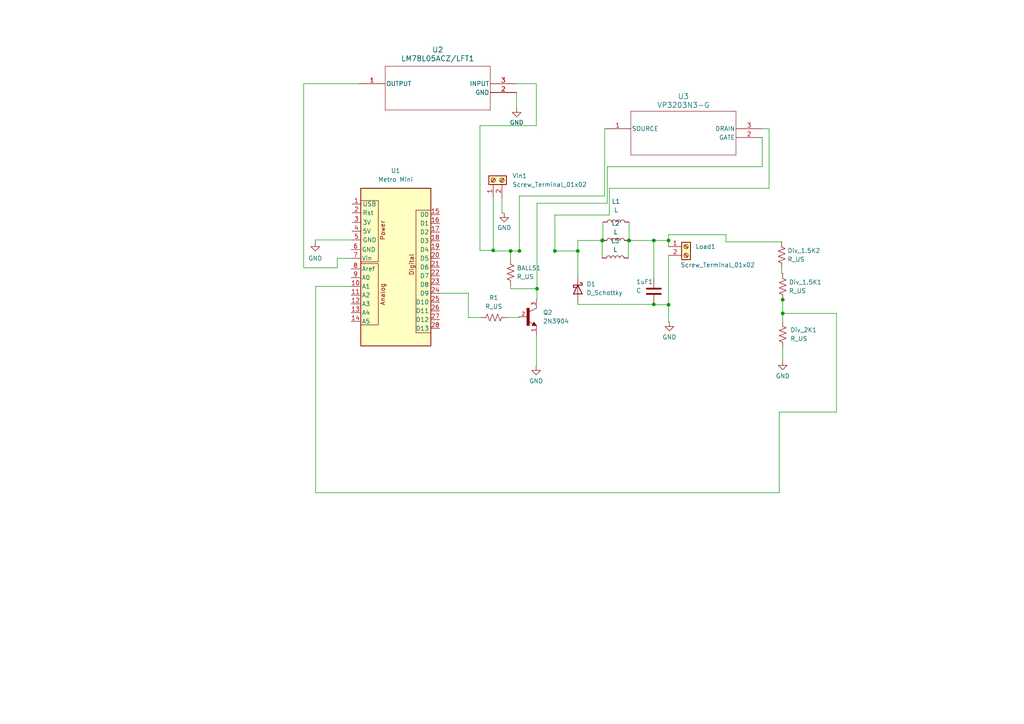
<source format=kicad_sch>
(kicad_sch (version 20230121) (generator eeschema)
  (paper "A4")
  (lib_symbols
    (symbol "Connector:Screw_Terminal_01x02" (pin_names (offset 1.016) hide)
      (property "Reference" "J" (at 0 2.54 0))
      (property "Value" "Screw_Terminal_01x02" (at 0 -5.08 0))
      (symbol "Screw_Terminal_01x02_1_1"
        (rectangle (start -1.27 1.27) (end 1.27 -3.81) (stroke (width 0.254)) (fill (type background)))
        (circle (center 0 -2.54) (radius 0.635) (stroke (width 0.1524)))
        (polyline (pts (xy -0.5334 -2.2098) (xy 0.3302 -3.048)) (stroke (width 0.1524)))
        (polyline (pts (xy -0.5334 0.3302) (xy 0.3302 -0.508)) (stroke (width 0.1524)))
        (polyline (pts (xy -0.3556 -2.032) (xy 0.508 -2.8702)) (stroke (width 0.1524)))
        (polyline (pts (xy -0.3556 0.508) (xy 0.508 -0.3302)) (stroke (width 0.1524)))
        (circle (center 0 0) (radius 0.635) (stroke (width 0.1524)))
        (pin passive line (at -5.08 0 0) (length 3.81) (name "Pin_1") (number "1"))
        (pin passive line (at -5.08 -2.54 0) (length 3.81) (name "Pin_2") (number "2"))
      )
    )
    (symbol "Device:C" (pin_numbers hide) (pin_names (offset 0.254))
      (property "Reference" "C" (at 0.635 2.54 0))
      (property "Value" "C" (at 0.635 -2.54 0))
      (symbol "C_0_1"
        (polyline (pts (xy -2.032 -0.762) (xy 2.032 -0.762)) (stroke (width 0.508)))
        (polyline (pts (xy -2.032 0.762) (xy 2.032 0.762)) (stroke (width 0.508)))
      )
      (symbol "C_1_1"
        (pin passive line (at 0 3.81 270) (length 2.794) (name "~") (number "1"))
        (pin passive line (at 0 -3.81 90) (length 2.794) (name "~") (number "2"))
      )
    )
    (symbol "Device:D_Schottky" (pin_numbers hide) (pin_names (offset 1.016) hide)
      (property "Reference" "D" (at 0 2.54 0))
      (property "Value" "D_Schottky" (at 0 -2.54 0))
      (symbol "D_Schottky_0_1"
        (polyline (pts (xy 1.27 0) (xy -1.27 0)))
        (polyline (pts (xy 1.27 1.27) (xy 1.27 -1.27) (xy -1.27 0) (xy 1.27 1.27)) (stroke (width 0.254)))
        (polyline (pts (xy -1.905 0.635) (xy -1.905 1.27) (xy -1.27 1.27) (xy -1.27 -1.27) (xy -0.635 -1.27) (xy -0.635 -0.635)) (stroke (width 0.254)))
      )
      (symbol "D_Schottky_1_1"
        (pin passive line (at -3.81 0 0) (length 2.54) (name "K") (number "1"))
        (pin passive line (at 3.81 0 180) (length 2.54) (name "A") (number "2"))
      )
    )
    (symbol "Device:L" (pin_numbers hide) (pin_names (offset 1.016) hide)
      (property "Reference" "L" (at -1.27 0 90))
      (property "Value" "L" (at 1.905 0 90))
      (symbol "L_0_1"
        (arc (start 0 -2.54) (mid 0.6323 -1.905) (end 0 -1.27))
        (arc (start 0 -1.27) (mid 0.6323 -0.635) (end 0 0))
        (arc (start 0 0) (mid 0.6323 0.635) (end 0 1.27))
        (arc (start 0 1.27) (mid 0.6323 1.905) (end 0 2.54))
      )
      (symbol "L_1_1"
        (pin passive line (at 0 3.81 270) (length 1.27) (name "1") (number "1"))
        (pin passive line (at 0 -3.81 90) (length 1.27) (name "2") (number "2"))
      )
    )
    (symbol "Device:R_US" (pin_numbers hide) (pin_names (offset 0))
      (property "Reference" "R" (at 2.54 0 90))
      (property "Value" "R_US" (at -2.54 0 90))
      (symbol "R_US_0_1"
        (polyline (pts (xy 0 -2.286) (xy 0 -2.54)))
        (polyline (pts (xy 0 2.286) (xy 0 2.54)))
        (polyline (pts (xy 0 -0.762) (xy 1.016 -1.143) (xy 0 -1.524) (xy -1.016 -1.905) (xy 0 -2.286)))
        (polyline (pts (xy 0 0.762) (xy 1.016 0.381) (xy 0 0) (xy -1.016 -0.381) (xy 0 -0.762)))
        (polyline (pts (xy 0 2.286) (xy 1.016 1.905) (xy 0 1.524) (xy -1.016 1.143) (xy 0 0.762)))
      )
      (symbol "R_US_1_1"
        (pin passive line (at 0 3.81 270) (length 1.27) (name "~") (number "1"))
        (pin passive line (at 0 -3.81 90) (length 1.27) (name "~") (number "2"))
      )
    )
    (symbol "flashlight_parts:Mini_Metro"
      (property "Reference" "U" (at 0 0 0))
      (property "Value" "Metro Mini" (at 0 0 0))
      (symbol "Mini_Metro_0_1"
        (rectangle (start -9.652 19.812) (end 10.668 -25.908) (stroke (width 0.254)) (fill (type background)))
        (polyline (pts (xy -9.652 -2.032) (xy -4.572 -2.032) (xy -4.572 -19.812) (xy -9.652 -19.812)))
        (polyline (pts (xy -9.652 16.256) (xy -4.572 16.256) (xy -4.572 -1.524) (xy -9.652 -1.524)))
      )
      (symbol "Mini_Metro_1_1"
        (polyline (pts (xy 10.668 -22.098) (xy 6.35 -22.098) (xy 6.35 13.462) (xy 10.668 13.462)))
        (text "Analog" (at -3.302 -10.922 900) (effects (font (size 1.27 1.27))))
        (text "Digital" (at 5.08 -2.286 900) (effects (font (size 1.27 1.27))))
        (text "Power" (at -3.302 7.62 900) (effects (font (size 1.27 1.27))))
        (pin bidirectional line (at -12.192 15.24 0) (length 2.54) (name "USB") (number "1"))
        (pin bidirectional line (at -12.446 -8.636 0) (length 2.54) (name "A1") (number "10"))
        (pin bidirectional line (at -12.446 -11.176 0) (length 2.54) (name "A2") (number "11"))
        (pin bidirectional line (at -12.446 -13.716 0) (length 2.54) (name "A3") (number "12"))
        (pin bidirectional line (at -12.446 -16.256 0) (length 2.54) (name "A4") (number "13"))
        (pin bidirectional line (at -12.446 -18.796 0) (length 2.54) (name "A5") (number "14"))
        (pin bidirectional line (at 13.208 12.192 180) (length 2.54) (name "D0") (number "15"))
        (pin bidirectional line (at 13.208 9.652 180) (length 2.54) (name "D1") (number "16"))
        (pin bidirectional line (at 13.208 7.112 180) (length 2.54) (name "D2") (number "17"))
        (pin input line (at 13.208 4.572 180) (length 2.54) (name "D3") (number "18"))
        (pin bidirectional line (at 13.208 2.032 180) (length 2.54) (name "D4") (number "19"))
        (pin bidirectional line (at -12.192 12.7 0) (length 2.54) (name "Rst") (number "2"))
        (pin bidirectional line (at 13.208 -0.508 180) (length 2.54) (name "D5") (number "20"))
        (pin bidirectional line (at 13.208 -3.048 180) (length 2.54) (name "D6") (number "21"))
        (pin bidirectional line (at 13.208 -5.588 180) (length 2.54) (name "D7") (number "22"))
        (pin bidirectional line (at 13.208 -8.128 180) (length 2.54) (name "D8") (number "23"))
        (pin bidirectional line (at 13.208 -10.668 180) (length 2.54) (name "D9") (number "24"))
        (pin bidirectional line (at 13.208 -13.208 180) (length 2.54) (name "D10") (number "25"))
        (pin bidirectional line (at 13.208 -15.748 180) (length 2.54) (name "D11") (number "26"))
        (pin bidirectional line (at 13.208 -18.288 180) (length 2.54) (name "D12") (number "27"))
        (pin bidirectional line (at 13.208 -20.828 180) (length 2.54) (name "D13") (number "28"))
        (pin power_in line (at -12.192 9.906 0) (length 2.54) (name "3V") (number "3"))
        (pin power_in line (at -12.192 7.366 0) (length 2.54) (name "5V") (number "4"))
        (pin power_in line (at -12.192 4.826 0) (length 2.54) (name "GND") (number "5"))
        (pin power_in line (at -12.446 2.032 0) (length 2.54) (name "GND") (number "6"))
        (pin power_in line (at -12.446 -0.508 0) (length 2.54) (name "Vin") (number "7"))
        (pin bidirectional line (at -12.446 -3.556 0) (length 2.54) (name "Aref") (number "8"))
        (pin bidirectional line (at -12.446 -6.096 0) (length 2.54) (name "A0") (number "9"))
      )
    )
    (symbol "flashlight_test:2N3904" (pin_names (offset 1.016))
      (property "Reference" "Q" (at -10.16 7.62 0))
      (property "Value" "2N3904" (at -10.16 -7.62 0))
      (symbol "2N3904_0_0"
        (rectangle (start -0.254 -2.54) (end 0.508 2.54) (stroke (width 0.1)) (fill (type outline)))
        (polyline (pts (xy 1.27 -2.54) (xy 1.778 -1.524)) (stroke (width 0.1524)))
        (polyline (pts (xy 1.524 -2.413) (xy 2.286 -2.413)) (stroke (width 0.254)))
        (polyline (pts (xy 1.524 -2.286) (xy 1.905 -2.286)) (stroke (width 0.254)))
        (polyline (pts (xy 1.54 -2.04) (xy 0.308 -1.424)) (stroke (width 0.1524)))
        (polyline (pts (xy 1.778 -1.778) (xy 1.524 -2.286)) (stroke (width 0.254)))
        (polyline (pts (xy 1.778 -1.524) (xy 2.54 -2.54)) (stroke (width 0.1524)))
        (polyline (pts (xy 1.905 -2.286) (xy 1.778 -2.032)) (stroke (width 0.254)))
        (polyline (pts (xy 2.286 -2.413) (xy 1.778 -1.778)) (stroke (width 0.254)))
        (polyline (pts (xy 2.54 -2.54) (xy 1.27 -2.54)) (stroke (width 0.1524)))
        (polyline (pts (xy 2.54 2.54) (xy 0.508 1.524)) (stroke (width 0.1524)))
        (pin passive line (at 2.54 -5.08 90) (length 2.54) (name "~") (number "1"))
        (pin passive line (at -2.54 0 0) (length 2.54) (name "~") (number "2"))
        (pin passive line (at 2.54 5.08 270) (length 2.54) (name "~") (number "3"))
      )
    )
    (symbol "power:GND" (power) (pin_names (offset 0))
      (property "Value" "GND" (at 0 -3.81 0))
      (symbol "GND_0_1"
        (polyline (pts (xy 0 0) (xy 0 -1.27) (xy 1.27 -1.27) (xy 0 -2.54) (xy -1.27 -1.27) (xy 0 -1.27)))
      )
      (symbol "GND_1_1"
        (pin power_in line (at 0 0 270) (length 0) hide (name "GND") (number "1"))
      )
    )
    (symbol "voltage_reg:LM78L05ACZ_LFT1" (pin_names (offset 0.254))
      (property "Reference" "U" (at 22.86 10.16 0))
      (property "Value" "LM78L05ACZ/LFT1" (at 22.86 7.62 0))
      (symbol "LM78L05ACZ_LFT1_0_1"
        (polyline (pts (xy 7.62 -7.62) (xy 38.1 -7.62)) (stroke (width 0.127)))
        (polyline (pts (xy 7.62 5.08) (xy 7.62 -7.62)) (stroke (width 0.127)))
        (polyline (pts (xy 38.1 -7.62) (xy 38.1 5.08)) (stroke (width 0.127)))
        (polyline (pts (xy 38.1 5.08) (xy 7.62 5.08)) (stroke (width 0.127)))
        (pin output line (at 0 0 0) (length 7.62) (name "OUTPUT") (number "1"))
        (pin power_in line (at 45.72 -2.54 180) (length 7.62) (name "GND") (number "2"))
        (pin input line (at 45.72 0 180) (length 7.62) (name "INPUT") (number "3"))
      )
    )
    (symbol "voltage_reg:VP3203N3-G" (pin_names (offset 0.254))
      (property "Reference" "U" (at 22.86 10.16 0))
      (property "Value" "VP3203N3-G" (at 22.86 7.62 0))
      (symbol "VP3203N3-G_0_1"
        (polyline (pts (xy 7.62 -7.62) (xy 38.1 -7.62)) (stroke (width 0.127)))
        (polyline (pts (xy 7.62 5.08) (xy 7.62 -7.62)) (stroke (width 0.127)))
        (polyline (pts (xy 38.1 -7.62) (xy 38.1 5.08)) (stroke (width 0.127)))
        (polyline (pts (xy 38.1 5.08) (xy 7.62 5.08)) (stroke (width 0.127)))
        (pin unspecified line (at 0 0 0) (length 7.62) (name "SOURCE") (number "1"))
        (pin unspecified line (at 45.72 -2.54 180) (length 7.62) (name "GATE") (number "2"))
        (pin unspecified line (at 45.72 0 180) (length 7.62) (name "DRAIN") (number "3"))
      )
    )
  )
  (junction (at 227.0189 90.9019))
  (junction (at 182.372 69.7484))
  (junction (at 167.5892 72.7964))
  (junction (at 174.752 69.7484))
  (junction (at 189.6364 69.7484))
  (junction (at 155.7528 83.7469))
  (junction (at 227.0189 86.9188))
  (junction (at 160.9277 72.7964))
  (junction (at 193.9036 88.39))
  (junction (at 143.0528 72.623))
  (junction (at 174.6504 69.7484))
  (junction (at 148.082 72.7964))
  (junction (at 150.6457 72.7964))
  (junction (at 182.4736 69.7484))
  (junction (at 193.9036 69.7484))
  (junction (at 189.6364 88.2904))
  (wire (pts (xy 167.5892 88.2904) (xy 189.6364 88.2904)))
  (wire (pts (xy 226.9744 86.9188) (xy 227.0189 86.9188)))
  (wire (pts (xy 150.6457 72.7964) (xy 150.6728 72.7964)))
  (wire (pts (xy 189.6364 88.39) (xy 189.6364 88.2904)))
  (wire (pts (xy 160.9277 72.7964) (xy 167.5892 72.7964)))
  (wire (pts (xy 135.8611 85.0392) (xy 127.508 85.0392)))
  (wire (pts (xy 97.8167 77.6759) (xy 97.8167 74.93)))
  (wire (pts (xy 155.7528 83.7469) (xy 155.7528 86.8172)))
  (wire (pts (xy 167.5892 87.7824) (xy 167.5892 88.2904)))
  (wire (pts (xy 176.7234 54.6197) (xy 176.7234 62.3685)))
  (wire (pts (xy 226.7204 70.1548) (xy 210.566 70.1548)))
  (wire (pts (xy 226.0092 119.518) (xy 226.0092 142.9004)))
  (wire (pts (xy 155.6004 96.9772) (xy 155.6004 106.172)))
  (wire (pts (xy 148.082 72.7964) (xy 150.6457 72.7964)))
  (wire (pts (xy 210.566 68.072) (xy 193.9036 68.072)))
  (wire (pts (xy 135.8611 85.0392) (xy 135.8611 92.1004)))
  (wire (pts (xy 91.5416 142.9004) (xy 91.5416 83.058)))
  (wire (pts (xy 182.2704 74.8284) (xy 182.2704 69.7484)))
  (wire (pts (xy 174.6504 69.7484) (xy 167.5892 69.7484)))
  (wire (pts (xy 226.0092 142.9004) (xy 91.5416 142.9004)))
  (wire (pts (xy 88.0719 77.6759) (xy 97.8167 77.6759)))
  (wire (pts (xy 155.6004 106.172) (xy 155.4988 106.172)))
  (wire (pts (xy 174.8536 69.7484) (xy 174.752 69.7484)))
  (wire (pts (xy 210.566 70.1548) (xy 210.566 68.072)))
  (wire (pts (xy 242.6208 119.518) (xy 226.0092 119.518)))
  (wire (pts (xy 167.5892 72.7964) (xy 167.5892 80.1624)))
  (wire (pts (xy 193.9036 88.39) (xy 189.6364 88.39)))
  (wire (pts (xy 227.0189 93.1672) (xy 227.0252 93.1672)))
  (wire (pts (xy 175.3616 37.338) (xy 175.3616 56.8549)))
  (wire (pts (xy 155.7528 86.8172) (xy 155.6004 86.8172)))
  (wire (pts (xy 189.6364 69.7484) (xy 189.6364 80.6704)))
  (wire (pts (xy 143.0528 72.623) (xy 143.0528 72.7964)))
  (wire (pts (xy 221.0816 48.3611) (xy 176.1273 48.3611)))
  (wire (pts (xy 91.5416 83.058) (xy 101.854 83.058)))
  (wire (pts (xy 176.7234 62.3685) (xy 160.9277 62.3685)))
  (wire (pts (xy 139.2024 36.4568) (xy 139.2024 72.623)))
  (wire (pts (xy 193.9036 74.0664) (xy 193.9036 88.39)))
  (wire (pts (xy 174.8536 64.4144) (xy 174.8536 69.7484)))
  (wire (pts (xy 160.9277 62.3685) (xy 160.9277 72.7964)))
  (wire (pts (xy 139.2024 36.4568) (xy 155.5579 36.4568)))
  (wire (pts (xy 221.0816 37.338) (xy 223.0628 37.338)))
  (wire (pts (xy 155.7528 58.9412) (xy 155.7528 83.7469)))
  (wire (pts (xy 147.0152 92.1004) (xy 150.5204 92.1004)))
  (wire (pts (xy 155.5579 24.2824) (xy 149.8092 24.2824)))
  (wire (pts (xy 145.5928 61.8236) (xy 146.2532 61.8236)))
  (wire (pts (xy 226.7204 77.7748) (xy 226.7204 79.2988)))
  (wire (pts (xy 189.6364 69.7484) (xy 193.9036 69.7484)))
  (wire (pts (xy 227.0252 100.7872) (xy 227.0252 104.6988)))
  (wire (pts (xy 91.44 69.596) (xy 91.44 70.2564)))
  (wire (pts (xy 174.6504 69.7484) (xy 174.752 69.7484)))
  (wire (pts (xy 193.9036 71.5264) (xy 193.9036 69.7484)))
  (wire (pts (xy 176.1273 48.3611) (xy 176.1273 58.9412)))
  (wire (pts (xy 174.6504 74.8284) (xy 174.6504 69.7484)))
  (wire (pts (xy 227.0189 86.9188) (xy 227.0252 86.9188)))
  (wire (pts (xy 143.0528 57.3532) (xy 143.0528 72.623)))
  (wire (pts (xy 160.8328 72.7964) (xy 160.9277 72.7964)))
  (wire (pts (xy 150.5204 92.1004) (xy 150.5204 91.8972)))
  (wire (pts (xy 104.0892 24.2824) (xy 88.0719 24.2824)))
  (wire (pts (xy 127.508 85.0392) (xy 127.508 85.09)))
  (wire (pts (xy 221.0816 39.878) (xy 221.0816 48.3611)))
  (wire (pts (xy 242.6208 90.9019) (xy 242.6208 119.518)))
  (wire (pts (xy 143.0528 72.7964) (xy 148.082 72.7964)))
  (wire (pts (xy 148.082 83.7469) (xy 155.7528 83.7469)))
  (wire (pts (xy 182.2704 69.7484) (xy 182.372 69.7484)))
  (wire (pts (xy 176.1273 58.9412) (xy 155.7528 58.9412)))
  (wire (pts (xy 193.9036 88.39) (xy 193.9036 93.4212)))
  (wire (pts (xy 145.5928 57.3532) (xy 145.5928 61.8236)))
  (wire (pts (xy 227.0189 86.9188) (xy 227.0189 90.9019)))
  (wire (pts (xy 227.0189 90.9019) (xy 242.6208 90.9019)))
  (wire (pts (xy 150.6457 56.8549) (xy 150.6457 72.7964)))
  (wire (pts (xy 97.8167 74.93) (xy 101.854 74.93)))
  (wire (pts (xy 223.0628 37.338) (xy 223.0628 54.6197)))
  (wire (pts (xy 139.2024 72.623) (xy 143.0528 72.623)))
  (wire (pts (xy 148.082 75.184) (xy 148.082 72.7964)))
  (wire (pts (xy 139.3952 92.1004) (xy 135.8611 92.1004)))
  (wire (pts (xy 167.5892 69.7484) (xy 167.5892 72.7964)))
  (wire (pts (xy 182.372 69.7484) (xy 182.4736 69.7484)))
  (wire (pts (xy 148.082 82.804) (xy 148.082 83.7469)))
  (wire (pts (xy 182.4736 64.4144) (xy 182.4736 69.7484)))
  (wire (pts (xy 182.4736 69.7484) (xy 189.6364 69.7484)))
  (wire (pts (xy 223.0628 54.6197) (xy 176.7234 54.6197)))
  (wire (pts (xy 193.9036 68.072) (xy 193.9036 69.7484)))
  (wire (pts (xy 155.5579 36.4568) (xy 155.5579 24.2824)))
  (wire (pts (xy 226.7204 79.2988) (xy 227.0252 79.2988)))
  (wire (pts (xy 175.3616 56.8549) (xy 150.6457 56.8549)))
  (wire (pts (xy 193.9036 93.4212) (xy 194.1576 93.4212)))
  (wire (pts (xy 88.0719 24.2824) (xy 88.0719 77.6759)))
  (wire (pts (xy 227.0189 90.9019) (xy 227.0189 93.1672)))
  (wire (pts (xy 149.8092 26.8224) (xy 149.8092 31.3436)))
  (wire (pts (xy 102.108 69.596) (xy 91.44 69.596)))
  (wire (pts (xy 149.8092 31.3436) (xy 149.86 31.3436)))
  (symbol (lib_id "Device:R_US") (at 226.7204 73.9648 0) (unit 1)
    (property "Reference" "Div_1.5K2" (at 228.3968 72.6948 0) (effects (justify left)))
    (property "Value" "R_US" (at 228.3968 75.2348 0) (effects (justify left)))
    (property "Footprint" "Resistor_THT:R_Axial_DIN0309_L9.0mm_D3.2mm_P12.70mm_Horizontal" (effects hide))
  )
  (symbol (lib_id "power:GND") (at 155.4988 106.172 0) (unit 1)
    (property "Reference" "#PWR01" (effects hide))
    (property "Value" "GND" (at 155.4988 110.49 0))
  )
  (symbol (lib_id "Connector:Screw_Terminal_01x02") (at 143.0528 52.2732 90) (unit 1)
    (property "Reference" "Vin1" (at 148.59 51.0032 90) (effects (justify right)))
    (property "Value" "Screw_Terminal_01x02" (at 148.59 53.5432 90) (effects (justify right)))
    (property "Footprint" "TerminalBlock:TerminalBlock_Altech_AK300-2_P5.00mm" (effects hide))
  )
  (symbol (lib_id "power:GND") (at 149.86 31.3436 0) (unit 1)
    (property "Reference" "#PWR05" (effects hide))
    (property "Value" "GND" (at 149.86 35.56 0))
  )
  (symbol (lib_id "Device:L") (at 178.562 69.7484 90) (unit 1)
    (property "Reference" "L2" (at 178.562 64.77 90))
    (property "Value" "L" (at 178.562 67.31 90))
    (property "Footprint" "Inductor_THT:L_Axial_L9.5mm_D4.0mm_P5.08mm_Vertical_Fastron_SMCC" (effects hide))
  )
  (symbol (lib_id "Device:C") (at 189.6364 84.4804 0) (unit 1)
    (property "Reference" "1uF1" (at 184.5056 81.7372 0) (effects (justify left)))
    (property "Value" "C" (at 184.5056 84.2772 0) (effects (justify left)))
    (property "Footprint" "Capacitor_THT:C_Rect_L16.5mm_W13.9mm_P15.00mm_MKT" (effects hide))
  )
  (symbol (lib_id "Device:L") (at 178.4604 74.8284 90) (unit 1)
    (property "Reference" "L3" (at 178.4604 69.85 90))
    (property "Value" "L" (at 178.4604 72.39 90))
    (property "Footprint" "Inductor_THT:L_Axial_L9.5mm_D4.0mm_P5.08mm_Vertical_Fastron_SMCC" (effects hide))
  )
  (symbol (lib_id "power:GND") (at 194.1576 93.4212 0) (unit 1)
    (property "Reference" "#PWR06" (effects hide))
    (property "Value" "GND" (at 194.1576 97.79 0))
  )
  (symbol (lib_id "power:GND") (at 227.0252 104.6988 0) (unit 1)
    (property "Reference" "#PWR04" (effects hide))
    (property "Value" "GND" (at 227.0252 109.0676 0))
  )
  (symbol (lib_id "Device:L") (at 178.6636 64.4144 90) (unit 1)
    (property "Reference" "L1" (at 178.6636 58.42 90))
    (property "Value" "L" (at 178.6636 60.96 90))
    (property "Footprint" "Inductor_THT:L_Axial_L9.5mm_D4.0mm_P5.08mm_Vertical_Fastron_SMCC" (effects hide))
  )
  (symbol (lib_id "Device:D_Schottky") (at 167.5892 83.9724 270) (unit 1)
    (property "Reference" "D1" (at 170.0784 82.3849 90) (effects (justify left)))
    (property "Value" "D_Schottky" (at 170.0784 84.9249 90) (effects (justify left)))
    (property "Footprint" "Diode_THT:D_5W_P10.16mm_Horizontal" (effects hide))
  )
  (symbol (lib_id "Device:R_US") (at 227.0252 96.9772 0) (unit 1)
    (property "Reference" "Div_2K1" (at 229.2096 95.7072 0) (effects (justify left)))
    (property "Value" "R_US" (at 229.2096 98.2472 0) (effects (justify left)))
    (property "Footprint" "Resistor_THT:R_Axial_DIN0204_L3.6mm_D1.6mm_P5.08mm_Vertical" (effects hide))
  )
  (symbol (lib_id "flashlight_parts:Mini_Metro") (at 114.3 74.422 0) (unit 1)
    (property "Reference" "U1" (at 114.7445 49.53 0))
    (property "Value" "Metro Mini" (at 114.7445 52.07 0))
    (property "Footprint" "flashlight_test:Metro Mini" (effects hide))
    (property "Datasheet" "https://cdn-learn.adafruit.com/downloads/pdf/adafruit-metro-mini.pdf" (effects hide))
  )
  (symbol (lib_id "flashlight_test:2N3904") (at 153.0604 91.8972 0) (unit 1)
    (property "Reference" "Q2" (at 157.48 90.6272 0) (effects (justify left)))
    (property "Value" "2N3904" (at 157.48 93.1672 0) (effects (justify left)))
    (property "Footprint" "flashlight_test:2N3904" (effects hide))
    (property "MF" "ON Semiconductor" (effects hide))
    (property "MAXIMUM_PACKAGE_HEIGHT" "4.95 mm" (effects hide))
    (property "Package" "E-PKG AXIAL-LEADED-2 ON Semiconductor" (effects hide))
    (property "Price" "None" (effects hide))
    (property "Check_prices" "https://www.snapeda.com/parts/2N3904/Onsemi/view-part/?ref=eda" (effects hide))
    (property "STANDARD" "IPC 7351B" (effects hide))
    (property "PARTREV" "February 2003" (effects hide))
    (property "SnapEDA_Link" "https://www.snapeda.com/parts/2N3904/Onsemi/view-part/?ref=snap" (effects hide))
    (property "MP" "2N3904" (effects hide))
    (property "Purchase-URL" "https://www.snapeda.com/api/url_track_click_mouser/?unipart_id=5844981&manufacturer=ON Semiconductor&part_name=2N3904&search_term=None" (effects hide))
    (property "Description" "\nBipolar (BJT) Transistor NPN 40 V 200 mA 300MHz 625 mW Through Hole TO-92 (TO-226)\n" (effects hide))
    (property "Availability" "In Stock" (effects hide))
    (property "MANUFACTURER" "STMicroelectronics" (effects hide))
  )
  (symbol (lib_id "Device:R_US") (at 148.082 78.994 0) (unit 1)
    (property "Reference" "BALLS1" (at 149.86 77.724 0) (effects (justify left)))
    (property "Value" "R_US" (at 149.86 80.264 0) (effects (justify left)))
    (property "Footprint" "Resistor_THT:R_Axial_DIN0204_L3.6mm_D1.6mm_P5.08mm_Vertical" (effects hide))
  )
  (symbol (lib_id "Device:R_US") (at 227.0252 83.1088 0) (unit 1)
    (property "Reference" "Div_1.5K1" (at 228.8032 81.8388 0) (effects (justify left)))
    (property "Value" "R_US" (at 228.8032 84.3788 0) (effects (justify left)))
    (property "Footprint" "Resistor_THT:R_Axial_DIN0309_L9.0mm_D3.2mm_P12.70mm_Horizontal" (effects hide))
  )
  (symbol (lib_id "power:GND") (at 146.2532 61.8236 0) (unit 1)
    (property "Reference" "#PWR03" (effects hide))
    (property "Value" "GND" (at 146.2532 66.04 0))
  )
  (symbol (lib_id "Device:R_US") (at 143.2052 92.1004 90) (unit 1)
    (property "Reference" "R1" (at 143.2052 86.36 90))
    (property "Value" "R_US" (at 143.2052 88.9 90))
    (property "Footprint" "Resistor_THT:R_Axial_DIN0309_L9.0mm_D3.2mm_P12.70mm_Horizontal" (effects hide))
  )
  (symbol (lib_id "Connector:Screw_Terminal_01x02") (at 198.9836 71.5264 0) (unit 1)
    (property "Reference" "Load1" (at 201.676 71.5264 0) (effects (justify left)))
    (property "Value" "Screw_Terminal_01x02" (at 197.358 76.8604 0) (effects (justify left)))
    (property "Footprint" "TerminalBlock:TerminalBlock_Altech_AK300-2_P5.00mm" (effects hide))
  )
  (symbol (lib_id "voltage_reg:VP3203N3-G") (at 175.3616 37.338 0) (unit 1)
    (property "Reference" "U3" (at 198.2216 27.94 0) (effects (font (size 1.524 1.524))))
    (property "Value" "VP3203N3-G" (at 198.2216 30.48 0) (effects (font (size 1.524 1.524))))
    (property "Footprint" "voltage_reg:VP3203" (effects hide))
    (property "Datasheet" "VP3203N3-G" (effects hide))
  )
  (symbol (lib_id "voltage_reg:LM78L05ACZ_LFT1") (at 104.0892 24.2824 0) (unit 1)
    (property "Reference" "U2" (at 126.9492 14.4272 0) (effects (font (size 1.524 1.524))))
    (property "Value" "LM78L05ACZ/LFT1" (at 126.9492 16.9672 0) (effects (font (size 1.524 1.524))))
    (property "Footprint" "voltage_reg:LM78L05_voltage_regulator" (effects hide))
    (property "Datasheet" "LM78L05ACZ/LFT1" (effects hide))
  )
  (symbol (lib_id "power:GND") (at 91.44 70.2564 0) (unit 1)
    (property "Reference" "#PWR02" (effects hide))
    (property "Value" "GND" (at 91.44 74.93 0))
  )
)
</source>
